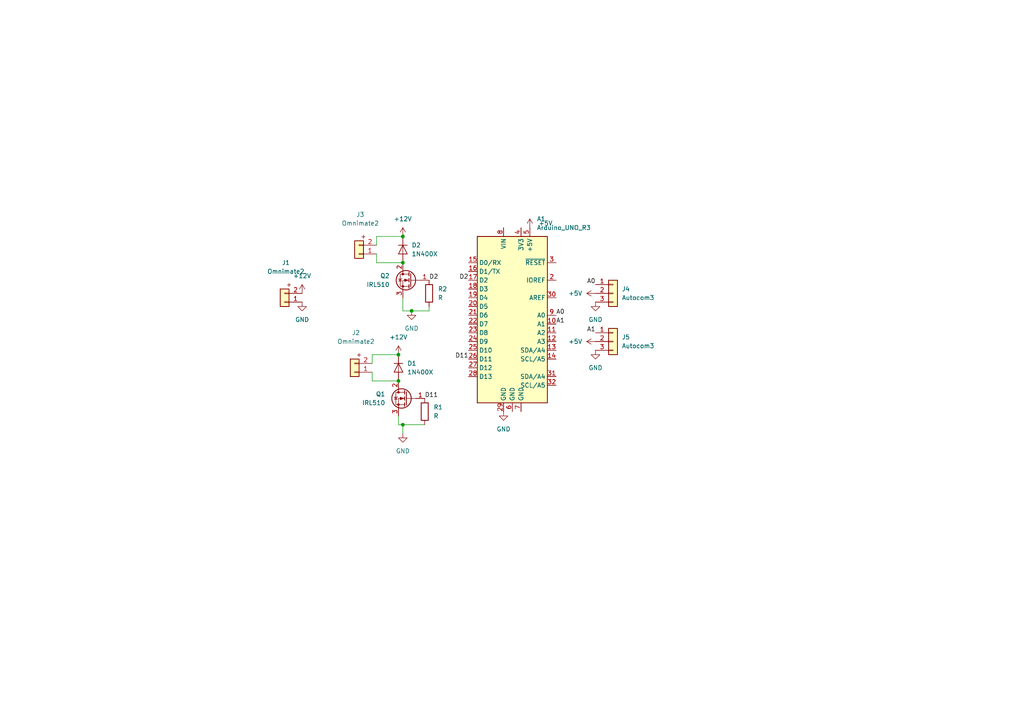
<source format=kicad_sch>
(kicad_sch (version 20211123) (generator eeschema)
  (paper "A4")
  (lib_symbols
    (symbol "MCU_Module:Arduino_UNO_R3"
      (property "Reference" "A" (at -10.16 23.495 0))
      (property "Value" "Arduino_UNO_R3" (at 5.08 -26.67 0))
      (symbol "Arduino_UNO_R3_0_1"
        (rectangle (start -10.16 22.86) (end 10.16 -25.4) (stroke (width 0.254)) (fill (type background)))
      )
      (symbol "Arduino_UNO_R3_1_1"
        (pin no_connect line (at -10.16 -20.32 0) (length 2.54) hide (name "NC") (number "1"))
        (pin bidirectional line (at 12.7 -2.54 180) (length 2.54) (name "A1") (number "10"))
        (pin bidirectional line (at 12.7 -5.08 180) (length 2.54) (name "A2") (number "11"))
        (pin bidirectional line (at 12.7 -7.62 180) (length 2.54) (name "A3") (number "12"))
        (pin bidirectional line (at 12.7 -10.16 180) (length 2.54) (name "SDA/A4") (number "13"))
        (pin bidirectional line (at 12.7 -12.7 180) (length 2.54) (name "SCL/A5") (number "14"))
        (pin bidirectional line (at -12.7 15.24 0) (length 2.54) (name "D0/RX") (number "15"))
        (pin bidirectional line (at -12.7 12.7 0) (length 2.54) (name "D1/TX") (number "16"))
        (pin bidirectional line (at -12.7 10.16 0) (length 2.54) (name "D2") (number "17"))
        (pin bidirectional line (at -12.7 7.62 0) (length 2.54) (name "D3") (number "18"))
        (pin bidirectional line (at -12.7 5.08 0) (length 2.54) (name "D4") (number "19"))
        (pin output line (at 12.7 10.16 180) (length 2.54) (name "IOREF") (number "2"))
        (pin bidirectional line (at -12.7 2.54 0) (length 2.54) (name "D5") (number "20"))
        (pin bidirectional line (at -12.7 0 0) (length 2.54) (name "D6") (number "21"))
        (pin bidirectional line (at -12.7 -2.54 0) (length 2.54) (name "D7") (number "22"))
        (pin bidirectional line (at -12.7 -5.08 0) (length 2.54) (name "D8") (number "23"))
        (pin bidirectional line (at -12.7 -7.62 0) (length 2.54) (name "D9") (number "24"))
        (pin bidirectional line (at -12.7 -10.16 0) (length 2.54) (name "D10") (number "25"))
        (pin bidirectional line (at -12.7 -12.7 0) (length 2.54) (name "D11") (number "26"))
        (pin bidirectional line (at -12.7 -15.24 0) (length 2.54) (name "D12") (number "27"))
        (pin bidirectional line (at -12.7 -17.78 0) (length 2.54) (name "D13") (number "28"))
        (pin power_in line (at -2.54 -27.94 90) (length 2.54) (name "GND") (number "29"))
        (pin input line (at 12.7 15.24 180) (length 2.54) (name "~{RESET}") (number "3"))
        (pin input line (at 12.7 5.08 180) (length 2.54) (name "AREF") (number "30"))
        (pin bidirectional line (at 12.7 -17.78 180) (length 2.54) (name "SDA/A4") (number "31"))
        (pin bidirectional line (at 12.7 -20.32 180) (length 2.54) (name "SCL/A5") (number "32"))
        (pin power_out line (at 2.54 25.4 270) (length 2.54) (name "3V3") (number "4"))
        (pin power_out line (at 5.08 25.4 270) (length 2.54) (name "+5V") (number "5"))
        (pin power_in line (at 0 -27.94 90) (length 2.54) (name "GND") (number "6"))
        (pin power_in line (at 2.54 -27.94 90) (length 2.54) (name "GND") (number "7"))
        (pin power_in line (at -2.54 25.4 270) (length 2.54) (name "VIN") (number "8"))
        (pin bidirectional line (at 12.7 0 180) (length 2.54) (name "A0") (number "9"))
      )
    )
    (symbol "SymbGamelGe2:1N400X" (pin_numbers hide) (pin_names (offset 1.016) hide)
      (property "Reference" "D" (at 0 2.54 0))
      (property "Value" "1N400X" (at 0 -2.54 0))
      (symbol "1N400X_0_1"
        (polyline (pts (xy -1.27 1.27) (xy -1.27 -1.27)) (stroke (width 0.2032)))
        (polyline (pts (xy 1.27 0) (xy -1.27 0)))
        (polyline (pts (xy 1.27 1.27) (xy 1.27 -1.27) (xy -1.27 0) (xy 1.27 1.27)) (stroke (width 0.2032)))
      )
      (symbol "1N400X_1_1"
        (pin passive line (at -3.81 0 0) (length 2.54) (name "K") (number "1"))
        (pin passive line (at 3.81 0 180) (length 2.54) (name "A") (number "2"))
      )
    )
    (symbol "SymbGamelGe2:Autocom3" (pin_names (offset 1.016) hide)
      (property "Reference" "J" (at 0 5.08 0))
      (property "Value" "Autocom3" (at 0 -5.08 0))
      (symbol "Autocom3_1_1"
        (rectangle (start -1.27 -2.413) (end 0 -2.667) (stroke (width 0.1524)))
        (rectangle (start -1.27 0.127) (end 0 -0.127) (stroke (width 0.1524)))
        (rectangle (start -1.27 2.667) (end 0 2.413) (stroke (width 0.1524)))
        (rectangle (start -1.27 3.81) (end 1.27 -3.81) (stroke (width 0.254)) (fill (type background)))
        (pin passive line (at -5.08 2.54 0) (length 3.81) (name "Pin_1") (number "1"))
        (pin passive line (at -5.08 0 0) (length 3.81) (name "Pin_2") (number "2"))
        (pin passive line (at -5.08 -2.54 0) (length 3.81) (name "Pin_3") (number "3"))
      )
    )
    (symbol "SymbGamelGe2:IRL510" (pin_names (offset 0) hide)
      (property "Reference" "Q" (at 6.35 1.905 0))
      (property "Value" "IRL510" (at 6.35 0 0))
      (symbol "IRL510_0_1"
        (polyline (pts (xy 0.254 0) (xy -2.54 0)))
        (polyline (pts (xy 0.762 -1.778) (xy 2.54 -1.778)))
        (polyline (pts (xy 0.762 -1.27) (xy 0.762 -2.286)) (stroke (width 0.254)))
        (polyline (pts (xy 0.762 0) (xy 2.54 0)))
        (polyline (pts (xy 0.762 0.508) (xy 0.762 -0.508)) (stroke (width 0.254)))
        (polyline (pts (xy 0.762 1.778) (xy 2.54 1.778)))
        (polyline (pts (xy 0.762 2.286) (xy 0.762 1.27)) (stroke (width 0.254)))
        (polyline (pts (xy 2.54 -1.778) (xy 2.54 -2.54)))
        (polyline (pts (xy 2.54 -1.778) (xy 2.54 0)))
        (polyline (pts (xy 2.54 2.54) (xy 2.54 1.778)))
        (polyline (pts (xy 0.254 1.905) (xy 0.254 -1.905) (xy 0.254 -1.905)) (stroke (width 0.254)))
        (polyline (pts (xy 1.016 0) (xy 2.032 0.381) (xy 2.032 -0.381) (xy 1.016 0)) (fill (type outline)))
        (polyline (pts (xy 2.54 -1.778) (xy 3.302 -1.778) (xy 3.302 1.778) (xy 2.54 1.778)))
        (polyline (pts (xy 2.794 0.508) (xy 2.921 0.381) (xy 3.683 0.381) (xy 3.81 0.254)))
        (polyline (pts (xy 3.302 0.381) (xy 2.921 -0.254) (xy 3.683 -0.254) (xy 3.302 0.381)))
        (circle (center 1.651 0) (radius 2.8194) (stroke (width 0.254)))
        (circle (center 2.54 -1.778) (radius 0.2794) (fill (type outline)))
        (circle (center 2.54 1.778) (radius 0.2794) (fill (type outline)))
      )
      (symbol "IRL510_1_1"
        (pin input line (at -5.08 0 0) (length 2.54) (name "G") (number "1"))
        (pin passive line (at 2.54 5.08 270) (length 2.54) (name "D") (number "2"))
        (pin passive line (at 2.54 -5.08 90) (length 2.54) (name "S") (number "3"))
      )
    )
    (symbol "SymbGamelGe2:Omnimate2" (pin_names (offset 1.016) hide)
      (property "Reference" "J" (at -1.27 2.54 0))
      (property "Value" "Omnimate2" (at 0 -5.08 0))
      (symbol "Omnimate2_0_0"
        (text "+" (at 1.27 2.54 0) (effects (font (size 1.27 1.27))))
      )
      (symbol "Omnimate2_1_1"
        (rectangle (start -1.27 1.27) (end 1.27 -3.81) (stroke (width 0.254)) (fill (type background)))
        (rectangle (start 0 -2.413) (end 1.27 -2.667) (stroke (width 0.1524)))
        (rectangle (start 0 0.127) (end 1.27 -0.127) (stroke (width 0.1524)))
        (pin passive line (at 5.08 -2.54 180) (length 3.81) (name "Pin_1") (number "1"))
        (pin passive line (at 5.08 0 180) (length 3.81) (name "Pin_2") (number "2"))
      )
    )
    (symbol "SymbGamelGe2:R" (pin_numbers hide) (pin_names (offset 0))
      (property "Reference" "R" (at 2.032 0 90))
      (property "Value" "R" (at 0 0 90))
      (symbol "R_0_1"
        (rectangle (start -1.016 -2.54) (end 1.016 2.54) (stroke (width 0.254)))
      )
      (symbol "R_1_1"
        (pin passive line (at 0 3.81 270) (length 1.27) (name "~") (number "1"))
        (pin passive line (at 0 -3.81 90) (length 1.27) (name "~") (number "2"))
      )
    )
    (symbol "power:+12V" (power) (pin_names (offset 0))
      (property "Value" "+12V" (at 0 3.556 0))
      (symbol "+12V_0_1"
        (polyline (pts (xy -0.762 1.27) (xy 0 2.54)))
        (polyline (pts (xy 0 0) (xy 0 2.54)))
        (polyline (pts (xy 0 2.54) (xy 0.762 1.27)))
      )
      (symbol "+12V_1_1"
        (pin power_in line (at 0 0 90) (length 0) hide (name "+12V") (number "1"))
      )
    )
    (symbol "power:+5V" (power) (pin_names (offset 0))
      (property "Value" "+5V" (at 0 3.556 0))
      (symbol "+5V_0_1"
        (polyline (pts (xy -0.762 1.27) (xy 0 2.54)))
        (polyline (pts (xy 0 0) (xy 0 2.54)))
        (polyline (pts (xy 0 2.54) (xy 0.762 1.27)))
      )
      (symbol "+5V_1_1"
        (pin power_in line (at 0 0 90) (length 0) hide (name "+5V") (number "1"))
      )
    )
    (symbol "power:GND" (power) (pin_names (offset 0))
      (property "Value" "GND" (at 0 -3.81 0))
      (symbol "GND_0_1"
        (polyline (pts (xy 0 0) (xy 0 -1.27) (xy 1.27 -1.27) (xy 0 -2.54) (xy -1.27 -1.27) (xy 0 -1.27)))
      )
      (symbol "GND_1_1"
        (pin power_in line (at 0 0 270) (length 0) hide (name "GND") (number "1"))
      )
    )
  )
  (junction (at 119.38 90.17))
  (junction (at 116.84 68.58))
  (junction (at 116.84 123.19))
  (junction (at 115.57 102.87))
  (junction (at 116.84 76.2))
  (junction (at 115.57 110.49))
  (wire (pts (xy 107.95 102.87) (xy 115.57 102.87)))
  (wire (pts (xy 107.95 105.41) (xy 107.95 102.87)))
  (wire (pts (xy 107.95 110.49) (xy 115.57 110.49)))
  (wire (pts (xy 109.22 68.58) (xy 116.84 68.58)))
  (wire (pts (xy 109.22 73.66) (xy 109.22 76.2)))
  (wire (pts (xy 107.95 107.95) (xy 107.95 110.49)))
  (wire (pts (xy 116.84 123.19) (xy 116.84 125.73)))
  (wire (pts (xy 124.46 90.17) (xy 124.46 88.9)))
  (wire (pts (xy 119.38 90.17) (xy 124.46 90.17)))
  (wire (pts (xy 116.84 123.19) (xy 115.57 123.19)))
  (wire (pts (xy 109.22 76.2) (xy 116.84 76.2)))
  (wire (pts (xy 116.84 86.36) (xy 116.84 90.17)))
  (wire (pts (xy 116.84 123.19) (xy 123.19 123.19)))
  (wire (pts (xy 109.22 71.12) (xy 109.22 68.58)))
  (wire (pts (xy 116.84 90.17) (xy 119.38 90.17)))
  (wire (pts (xy 115.57 123.19) (xy 115.57 120.65)))
  (label "D11" (at 123.19 115.57 0))
  (label "D2" (at 124.46 81.28 0))
  (label "A1" (at 172.72 96.52 180))
  (label "A1" (at 161.29 93.98 0))
  (label "A0" (at 161.29 91.44 0))
  (label "A0" (at 172.72 82.55 180))
  (label "D11" (at 135.89 104.14 180))
  (label "D2" (at 135.89 81.28 180))
  (symbol (lib_id "power:GND") (at 172.72 87.63 0) (unit 1)
    (property "Reference" "#PWR0107" (effects hide))
    (property "Value" "GND" (at 172.72 92.71 0))
  )
  (symbol (lib_id "SymbGamelGe2:R") (at 124.46 85.09 0) (unit 1)
    (property "Reference" "R2" (at 127 83.8199 0) (effects (justify left)))
    (property "Value" "R" (at 127 86.3599 0) (effects (justify left)))
    (property "Footprint" "FootprintGamelGe2:R_Axial_DIN0207_L6.3mm_D2.5mm_P10.16mm_Horizontal" (effects hide))
  )
  (symbol (lib_id "SymbGamelGe2:Autocom3") (at 177.8 99.06 0) (unit 1)
    (property "Reference" "J5" (at 180.34 97.7899 0) (effects (justify left)))
    (property "Value" "Autocom3" (at 180.34 100.3299 0) (effects (justify left)))
    (property "Footprint" "FootprintGamelGe2:Autocom3" (effects hide))
  )
  (symbol (lib_id "power:+12V") (at 115.57 102.87 0) (unit 1)
    (property "Reference" "#PWR0102" (effects hide))
    (property "Value" "+12V" (at 115.57 97.79 0))
  )
  (symbol (lib_id "power:+5V") (at 153.67 66.04 0) (unit 1)
    (property "Reference" "#PWR0108" (effects hide))
    (property "Value" "+5V" (at 156.21 64.7699 0) (effects (justify left)))
  )
  (symbol (lib_id "MCU_Module:Arduino_UNO_R3") (at 148.59 91.44 0) (unit 1)
    (property "Reference" "A1" (at 155.6894 63.5 0) (effects (justify left)))
    (property "Value" "Arduino_UNO_R3" (at 155.6894 66.04 0) (effects (justify left)))
    (property "Footprint" "Module:Arduino_UNO_R3" (effects hide))
    (property "Datasheet" "https://www.arduino.cc/en/Main/arduinoBoardUno" (effects hide))
  )
  (symbol (lib_id "power:GND") (at 172.72 101.6 0) (unit 1)
    (property "Reference" "#PWR0111" (effects hide))
    (property "Value" "GND" (at 172.72 106.68 0))
  )
  (symbol (lib_id "power:GND") (at 146.05 119.38 0) (unit 1)
    (property "Reference" "#PWR0106" (effects hide))
    (property "Value" "GND" (at 146.05 124.46 0))
  )
  (symbol (lib_id "SymbGamelGe2:Omnimate2") (at 102.87 105.41 0) (unit 1)
    (property "Reference" "J2" (at 103.2393 96.52 0))
    (property "Value" "Omnimate2" (at 103.2393 99.06 0))
    (property "Footprint" "FootprintGamelGe2:OmnimateSL-5,08_1x02_P5.08mm_Vertical" (effects hide))
  )
  (symbol (lib_id "SymbGamelGe2:IRL510") (at 118.11 115.57 0) (mirror y) (unit 1)
    (property "Reference" "Q1" (at 111.76 114.2999 0) (effects (justify left)))
    (property "Value" "IRL510" (at 111.76 116.8399 0) (effects (justify left)))
    (property "Footprint" "FootprintGamelGe2:TO-220-3_Vertical" (effects hide))
    (property "Datasheet" "https://www.vishay.com/docs/91297/sihl510.pdf" (effects hide))
  )
  (symbol (lib_id "power:+12V") (at 87.63 85.09 0) (unit 1)
    (property "Reference" "#PWR0105" (effects hide))
    (property "Value" "+12V" (at 87.63 80.01 0))
  )
  (symbol (lib_id "power:+5V") (at 172.72 85.09 90) (unit 1)
    (property "Reference" "#PWR0109" (effects hide))
    (property "Value" "+5V" (at 168.91 85.0899 90) (effects (justify left)))
  )
  (symbol (lib_id "SymbGamelGe2:1N400X") (at 116.84 72.39 270) (unit 1)
    (property "Reference" "D2" (at 119.38 71.1199 90) (effects (justify left)))
    (property "Value" "1N400X" (at 119.38 73.6599 90) (effects (justify left)))
    (property "Footprint" "Diode_THT:D_DO-41_SOD81_P10.16mm_Horizontal" (effects hide))
    (property "Datasheet" "http://www.vishay.com/docs/88503/1n4001.pdf" (effects hide))
  )
  (symbol (lib_id "SymbGamelGe2:Autocom3") (at 177.8 85.09 0) (unit 1)
    (property "Reference" "J4" (at 180.34 83.8199 0) (effects (justify left)))
    (property "Value" "Autocom3" (at 180.34 86.3599 0) (effects (justify left)))
    (property "Footprint" "FootprintGamelGe2:Autocom3" (effects hide))
  )
  (symbol (lib_id "power:GND") (at 116.84 125.73 0) (unit 1)
    (property "Reference" "#PWR0112" (effects hide))
    (property "Value" "GND" (at 116.84 130.81 0))
  )
  (symbol (lib_id "SymbGamelGe2:R") (at 123.19 119.38 0) (unit 1)
    (property "Reference" "R1" (at 125.73 118.1099 0) (effects (justify left)))
    (property "Value" "R" (at 125.73 120.6499 0) (effects (justify left)))
    (property "Footprint" "FootprintGamelGe2:R_Axial_DIN0207_L6.3mm_D2.5mm_P10.16mm_Horizontal" (effects hide))
  )
  (symbol (lib_id "SymbGamelGe2:Omnimate2") (at 82.55 85.09 0) (unit 1)
    (property "Reference" "J1" (at 82.9193 76.2 0))
    (property "Value" "Omnimate2" (at 82.9193 78.74 0))
    (property "Footprint" "FootprintGamelGe2:OmnimateSL-5,08_1x02_P5.08mm_Vertical" (effects hide))
  )
  (symbol (lib_id "power:+5V") (at 172.72 99.06 90) (unit 1)
    (property "Reference" "#PWR0110" (effects hide))
    (property "Value" "+5V" (at 168.91 99.0599 90) (effects (justify left)))
  )
  (symbol (lib_id "SymbGamelGe2:1N400X") (at 115.57 106.68 270) (unit 1)
    (property "Reference" "D1" (at 118.11 105.4099 90) (effects (justify left)))
    (property "Value" "1N400X" (at 118.11 107.9499 90) (effects (justify left)))
    (property "Footprint" "Diode_THT:D_DO-41_SOD81_P10.16mm_Horizontal" (effects hide))
    (property "Datasheet" "http://www.vishay.com/docs/88503/1n4001.pdf" (effects hide))
  )
  (symbol (lib_id "power:GND") (at 119.38 90.17 0) (unit 1)
    (property "Reference" "#PWR0103" (effects hide))
    (property "Value" "GND" (at 119.38 95.25 0))
  )
  (symbol (lib_id "SymbGamelGe2:Omnimate2") (at 104.14 71.12 0) (unit 1)
    (property "Reference" "J3" (at 104.5093 62.23 0))
    (property "Value" "Omnimate2" (at 104.5093 64.77 0))
    (property "Footprint" "FootprintGamelGe2:OmnimateSL-5,08_1x02_P5.08mm_Vertical" (effects hide))
  )
  (symbol (lib_id "power:+12V") (at 116.84 68.58 0) (unit 1)
    (property "Reference" "#PWR0101" (effects hide))
    (property "Value" "+12V" (at 116.84 63.5 0))
  )
  (symbol (lib_id "SymbGamelGe2:IRL510") (at 119.38 81.28 0) (mirror y) (unit 1)
    (property "Reference" "Q2" (at 113.03 80.0099 0) (effects (justify left)))
    (property "Value" "IRL510" (at 113.03 82.5499 0) (effects (justify left)))
    (property "Footprint" "FootprintGamelGe2:TO-220-3_Vertical" (effects hide))
    (property "Datasheet" "https://www.vishay.com/docs/91297/sihl510.pdf" (effects hide))
  )
  (symbol (lib_id "power:GND") (at 87.63 87.63 0) (unit 1)
    (property "Reference" "#PWR0104" (effects hide))
    (property "Value" "GND" (at 87.63 92.71 0))
  )
)
</source>
